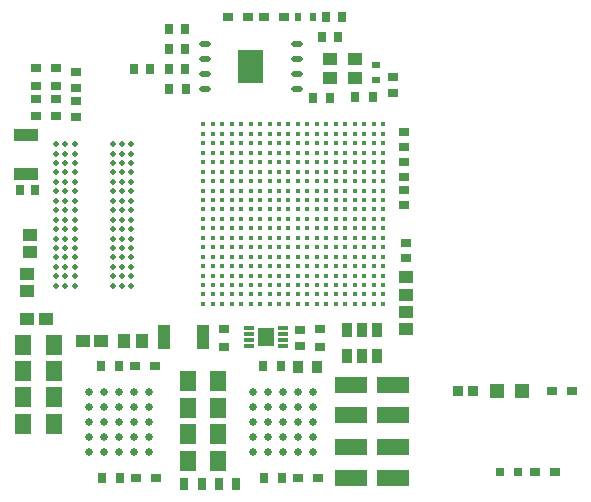
<source format=gtp>
G04*
G04 #@! TF.GenerationSoftware,Altium Limited,Altium Designer,25.6.2 (33)*
G04*
G04 Layer_Color=8421504*
%FSLAX25Y25*%
%MOIN*%
G70*
G04*
G04 #@! TF.SameCoordinates,D3077B53-F130-49B9-AE0B-FC42BD5CCE1B*
G04*
G04*
G04 #@! TF.FilePolarity,Positive*
G04*
G01*
G75*
%ADD14C,0.01772*%
%ADD15R,0.05512X0.07087*%
%ADD16R,0.03150X0.03543*%
%ADD17C,0.02480*%
%ADD18R,0.03543X0.03150*%
%ADD19R,0.03543X0.03150*%
%ADD20C,0.01850*%
%ADD21R,0.03347X0.01181*%
%ADD22R,0.05512X0.06299*%
%ADD23R,0.03197X0.02593*%
%ADD24R,0.02593X0.03197*%
G04:AMPARAMS|DCode=25|XSize=37.01mil|YSize=17.32mil|CornerRadius=6.06mil|HoleSize=0mil|Usage=FLASHONLY|Rotation=180.000|XOffset=0mil|YOffset=0mil|HoleType=Round|Shape=RoundedRectangle|*
%AMROUNDEDRECTD25*
21,1,0.03701,0.00520,0,0,180.0*
21,1,0.02488,0.01732,0,0,180.0*
1,1,0.01213,-0.01244,0.00260*
1,1,0.01213,0.01244,0.00260*
1,1,0.01213,0.01244,-0.00260*
1,1,0.01213,-0.01244,-0.00260*
%
%ADD25ROUNDEDRECTD25*%
%ADD26R,0.03543X0.03937*%
%ADD27R,0.11024X0.05512*%
%ADD28R,0.05118X0.04331*%
%ADD29R,0.03504X0.05079*%
%ADD30R,0.05118X0.03937*%
%ADD31R,0.04331X0.08071*%
%ADD32R,0.08071X0.04331*%
%ADD33R,0.02953X0.03347*%
%ADD34R,0.03937X0.05118*%
%ADD35R,0.03347X0.02953*%
%ADD36R,0.03150X0.03937*%
%ADD37R,0.03150X0.02362*%
%ADD38R,0.05142X0.04166*%
%ADD39R,0.02362X0.03150*%
%ADD40R,0.02756X0.03543*%
%ADD41R,0.04724X0.04724*%
%ADD42R,0.03150X0.03150*%
%ADD43R,0.03366X0.03568*%
G36*
X189578Y249578D02*
X198044D01*
Y238871D01*
X189578D01*
Y249578D01*
D02*
G37*
D14*
X193827Y199724D02*
D03*
X190677Y174528D02*
D03*
X203276D02*
D03*
Y177677D02*
D03*
X181228Y168228D02*
D03*
X184378Y177677D02*
D03*
X178079Y190276D02*
D03*
X187528Y187126D02*
D03*
X190677Y165079D02*
D03*
X193827Y174528D02*
D03*
X196976Y177677D02*
D03*
X212724Y168228D02*
D03*
X203276Y171378D02*
D03*
X200126Y180827D02*
D03*
X212724D02*
D03*
X196976Y183976D02*
D03*
X200126Y187126D02*
D03*
X196976Y190276D02*
D03*
X203276Y183976D02*
D03*
X209575D02*
D03*
X206425Y190276D02*
D03*
X203276D02*
D03*
X206425Y187126D02*
D03*
X212724D02*
D03*
X209575Y190276D02*
D03*
X181228Y199724D02*
D03*
X184378Y209173D02*
D03*
X178079Y221772D02*
D03*
X190677Y196575D02*
D03*
X200126Y193425D02*
D03*
X196976Y196575D02*
D03*
Y202874D02*
D03*
X200126Y199724D02*
D03*
X203276Y202874D02*
D03*
Y193425D02*
D03*
X206425Y196575D02*
D03*
X212724Y193425D02*
D03*
X209575Y196575D02*
D03*
X212724Y199724D02*
D03*
X209575Y202874D02*
D03*
X187528Y218622D02*
D03*
X196976Y209173D02*
D03*
X203276Y218622D02*
D03*
X200126Y224921D02*
D03*
X206425Y209173D02*
D03*
X212724Y206024D02*
D03*
X206425D02*
D03*
Y212323D02*
D03*
X209575Y221772D02*
D03*
X215874Y177677D02*
D03*
Y183976D02*
D03*
X222173Y165079D02*
D03*
X225323Y174528D02*
D03*
X228472Y183976D02*
D03*
X215874Y196575D02*
D03*
X219024Y187126D02*
D03*
X215874Y190276D02*
D03*
Y202874D02*
D03*
X222173Y196575D02*
D03*
X225323Y206024D02*
D03*
X219024Y218622D02*
D03*
X228472Y215472D02*
D03*
X234772Y171378D02*
D03*
X231622Y193425D02*
D03*
X234772Y202874D02*
D03*
X231622Y224921D02*
D03*
X237921Y212323D02*
D03*
Y180827D02*
D03*
X190677Y177677D02*
D03*
X200126Y218622D02*
D03*
X203276Y215472D02*
D03*
X196976Y218622D02*
D03*
X203276Y196575D02*
D03*
X206425Y193425D02*
D03*
X200126Y206024D02*
D03*
X196976Y180827D02*
D03*
X200126Y183976D02*
D03*
X196976Y187126D02*
D03*
Y193425D02*
D03*
Y199724D02*
D03*
Y206024D02*
D03*
X200126Y190276D02*
D03*
Y196575D02*
D03*
Y202874D02*
D03*
X203276Y206024D02*
D03*
X200126Y209173D02*
D03*
X215874Y224921D02*
D03*
X225323Y221772D02*
D03*
X212724Y215472D02*
D03*
X222173Y212323D02*
D03*
X196976Y215472D02*
D03*
X193827Y221772D02*
D03*
X178079Y174528D02*
D03*
X181228Y183976D02*
D03*
X187528Y171378D02*
D03*
X190677Y180827D02*
D03*
X184378Y193425D02*
D03*
X187528Y202874D02*
D03*
X178079Y206024D02*
D03*
X181228Y215472D02*
D03*
X184378Y224921D02*
D03*
X190677Y212323D02*
D03*
X225323Y190276D02*
D03*
X237921Y196575D02*
D03*
X228472Y199724D02*
D03*
X219024Y202874D02*
D03*
X231622Y209173D02*
D03*
X234772Y218622D02*
D03*
X219024Y171378D02*
D03*
X222173Y180827D02*
D03*
X228472Y168228D02*
D03*
X231622Y177677D02*
D03*
X234772Y187126D02*
D03*
X237921Y165079D02*
D03*
X206425D02*
D03*
X196976Y168228D02*
D03*
X209575Y174528D02*
D03*
X200126Y177677D02*
D03*
X193827Y196575D02*
D03*
X212724Y183976D02*
D03*
Y190276D02*
D03*
X215874Y180827D02*
D03*
Y187126D02*
D03*
Y193425D02*
D03*
X212724Y196575D02*
D03*
Y202874D02*
D03*
X215874Y206024D02*
D03*
Y199724D02*
D03*
X206425Y202874D02*
D03*
X209575Y206024D02*
D03*
X203276Y180827D02*
D03*
X206425Y183976D02*
D03*
X209575Y187126D02*
D03*
X203276D02*
D03*
X209575Y193425D02*
D03*
Y199724D02*
D03*
X206425Y221772D02*
D03*
X222173D02*
D03*
X215874Y209173D02*
D03*
X203276Y224921D02*
D03*
X212724Y212323D02*
D03*
X228472Y218622D02*
D03*
X219024Y215472D02*
D03*
X190677Y224921D02*
D03*
X193827D02*
D03*
X196976Y221772D02*
D03*
X193827Y215472D02*
D03*
X200126Y221772D02*
D03*
X196976Y224921D02*
D03*
X209575Y218622D02*
D03*
X206425D02*
D03*
X203276Y221772D02*
D03*
X215874D02*
D03*
X212724Y218622D02*
D03*
Y221772D02*
D03*
X219024D02*
D03*
X225323Y215472D02*
D03*
X231622Y218622D02*
D03*
X215874Y212323D02*
D03*
X206425Y224921D02*
D03*
X209575D02*
D03*
X212724Y209173D02*
D03*
Y224921D02*
D03*
X222173Y215472D02*
D03*
X219024Y224921D02*
D03*
X225323Y212323D02*
D03*
X222173Y218622D02*
D03*
X215874D02*
D03*
X225323D02*
D03*
X215874Y215472D02*
D03*
X222173Y224921D02*
D03*
Y209173D02*
D03*
X225323Y224921D02*
D03*
X209575Y215472D02*
D03*
X228472Y221772D02*
D03*
X219024Y209173D02*
D03*
X228472Y224921D02*
D03*
X206425Y215472D02*
D03*
X231622Y221772D02*
D03*
X219024Y212323D02*
D03*
X234772Y224921D02*
D03*
X190677Y218622D02*
D03*
X200126Y212323D02*
D03*
X193827Y218622D02*
D03*
X203276Y212323D02*
D03*
X190677Y221772D02*
D03*
Y215472D02*
D03*
X200126D02*
D03*
X193827Y212323D02*
D03*
X190677Y190276D02*
D03*
X193827Y202874D02*
D03*
Y183976D02*
D03*
X187528Y221772D02*
D03*
Y183976D02*
D03*
X190677Y187126D02*
D03*
X181228Y206024D02*
D03*
Y209173D02*
D03*
Y218622D02*
D03*
Y221772D02*
D03*
X178079Y209173D02*
D03*
Y224921D02*
D03*
Y199724D02*
D03*
Y202874D02*
D03*
X181228D02*
D03*
X184378Y199724D02*
D03*
Y202874D02*
D03*
Y206024D02*
D03*
Y212323D02*
D03*
X181228D02*
D03*
X178079D02*
D03*
Y218622D02*
D03*
Y215472D02*
D03*
X184378D02*
D03*
X187528Y224921D02*
D03*
X181228D02*
D03*
X184378Y221772D02*
D03*
Y218622D02*
D03*
X178079Y187126D02*
D03*
X184378D02*
D03*
X181228Y193425D02*
D03*
Y190276D02*
D03*
X190677Y183976D02*
D03*
Y199724D02*
D03*
X187528Y180827D02*
D03*
X190677Y193425D02*
D03*
X187528Y209173D02*
D03*
Y215472D02*
D03*
Y212323D02*
D03*
Y206024D02*
D03*
X190677Y209173D02*
D03*
X187528Y199724D02*
D03*
X178079Y196575D02*
D03*
X187528D02*
D03*
Y193425D02*
D03*
X178079D02*
D03*
X187528Y190276D02*
D03*
X184378Y196575D02*
D03*
Y190276D02*
D03*
X181228Y196575D02*
D03*
Y187126D02*
D03*
X196976Y212323D02*
D03*
X231622Y174528D02*
D03*
X209575Y212323D02*
D03*
X193827Y190276D02*
D03*
Y193425D02*
D03*
X206425Y180827D02*
D03*
X190677Y206024D02*
D03*
Y202874D02*
D03*
X193827Y209173D02*
D03*
Y206024D02*
D03*
X203276Y209173D02*
D03*
X209575Y180827D02*
D03*
X234772Y174528D02*
D03*
X225323Y196575D02*
D03*
Y199724D02*
D03*
X219024Y190276D02*
D03*
X222173D02*
D03*
X219024Y193425D02*
D03*
X222173D02*
D03*
Y187126D02*
D03*
X225323D02*
D03*
X219024Y196575D02*
D03*
Y199724D02*
D03*
X222173Y202874D02*
D03*
Y206024D02*
D03*
X234772D02*
D03*
X237921D02*
D03*
Y199724D02*
D03*
Y202874D02*
D03*
X228472Y206024D02*
D03*
X231622D02*
D03*
X234772Y209173D02*
D03*
X237921D02*
D03*
X231622Y199724D02*
D03*
Y202874D02*
D03*
X225323D02*
D03*
X228472D02*
D03*
Y196575D02*
D03*
X231622D02*
D03*
X225323Y193425D02*
D03*
X228472D02*
D03*
X234772Y196575D02*
D03*
Y199724D02*
D03*
Y193425D02*
D03*
X237921D02*
D03*
X228472Y190276D02*
D03*
X231622D02*
D03*
X234772D02*
D03*
X237921D02*
D03*
X225323Y209173D02*
D03*
X228472D02*
D03*
X231622Y212323D02*
D03*
X234772D02*
D03*
Y215472D02*
D03*
X237921D02*
D03*
X228472Y212323D02*
D03*
X231622Y215472D02*
D03*
X234772Y221772D02*
D03*
X237921Y224921D02*
D03*
Y218622D02*
D03*
Y221772D02*
D03*
X219024Y206024D02*
D03*
X222173Y199724D02*
D03*
X234772Y177677D02*
D03*
X222173Y183976D02*
D03*
X225323D02*
D03*
X228472Y187126D02*
D03*
X231622Y183976D02*
D03*
Y168228D02*
D03*
X234772D02*
D03*
X228472Y171378D02*
D03*
X231622D02*
D03*
X228472Y177677D02*
D03*
X231622Y180827D02*
D03*
X225323D02*
D03*
X228472D02*
D03*
X225323Y171378D02*
D03*
Y168228D02*
D03*
X231622Y165079D02*
D03*
X234772D02*
D03*
X237921Y171378D02*
D03*
Y168228D02*
D03*
Y177677D02*
D03*
Y174528D02*
D03*
Y187126D02*
D03*
Y183976D02*
D03*
X231622Y187126D02*
D03*
X234772Y183976D02*
D03*
X219024Y174528D02*
D03*
X222173D02*
D03*
Y171378D02*
D03*
Y168228D02*
D03*
X225323Y177677D02*
D03*
X228472Y174528D02*
D03*
X219024Y168228D02*
D03*
Y165079D02*
D03*
X225323D02*
D03*
X228472D02*
D03*
X219024Y183976D02*
D03*
Y180827D02*
D03*
Y177677D02*
D03*
X222173D02*
D03*
X212724Y171378D02*
D03*
X215874Y168228D02*
D03*
Y174528D02*
D03*
Y171378D02*
D03*
X212724Y177677D02*
D03*
Y174528D02*
D03*
X209575Y177677D02*
D03*
X206425D02*
D03*
X234772Y180827D02*
D03*
X193827Y171378D02*
D03*
Y168228D02*
D03*
X209575Y171378D02*
D03*
X206425D02*
D03*
X212724Y165079D02*
D03*
X215874D02*
D03*
X209575Y168228D02*
D03*
Y165079D02*
D03*
X200126Y174528D02*
D03*
X206425Y168228D02*
D03*
X203276D02*
D03*
X200126Y171378D02*
D03*
Y168228D02*
D03*
X203276Y165079D02*
D03*
X200126D02*
D03*
X196976D02*
D03*
X193827D02*
D03*
X206425Y174528D02*
D03*
X196976D02*
D03*
Y171378D02*
D03*
X190677D02*
D03*
X206425Y199724D02*
D03*
X193827Y187126D02*
D03*
Y180827D02*
D03*
Y177677D02*
D03*
X203276Y199724D02*
D03*
X209575Y209173D02*
D03*
X187528Y165079D02*
D03*
X184378D02*
D03*
X181228D02*
D03*
X178079D02*
D03*
X190677Y168228D02*
D03*
X187528D02*
D03*
X184378D02*
D03*
X178079D02*
D03*
X184378Y171378D02*
D03*
X181228D02*
D03*
X178079D02*
D03*
X187528Y174528D02*
D03*
X184378D02*
D03*
X181228D02*
D03*
X187528Y177677D02*
D03*
X181228D02*
D03*
X178079D02*
D03*
X184378Y180827D02*
D03*
X181228D02*
D03*
X178079D02*
D03*
X184378Y183976D02*
D03*
X178079D02*
D03*
D15*
X117982Y125200D02*
D03*
Y142600D02*
D03*
Y133900D02*
D03*
Y151300D02*
D03*
X172782Y130500D02*
D03*
Y121600D02*
D03*
Y112700D02*
D03*
Y139400D02*
D03*
X128218Y142600D02*
D03*
Y151300D02*
D03*
X183018Y121600D02*
D03*
Y112700D02*
D03*
Y139400D02*
D03*
Y130500D02*
D03*
X128218Y125200D02*
D03*
Y133900D02*
D03*
D16*
X144247Y106900D02*
D03*
X144047Y144500D02*
D03*
X198347Y106900D02*
D03*
X198047Y144400D02*
D03*
X166524Y236724D02*
D03*
X234453Y233900D02*
D03*
X228547D02*
D03*
X149953Y144500D02*
D03*
X150153Y106900D02*
D03*
X203953Y144400D02*
D03*
X204253Y106900D02*
D03*
X172429Y236724D02*
D03*
D17*
X145100Y125700D02*
D03*
X160100Y120700D02*
D03*
Y125700D02*
D03*
X140100D02*
D03*
X160100Y130700D02*
D03*
X214600D02*
D03*
Y120700D02*
D03*
Y125700D02*
D03*
X199600D02*
D03*
X194600D02*
D03*
X199600Y135700D02*
D03*
X204600Y130700D02*
D03*
Y120700D02*
D03*
X199600Y115700D02*
D03*
X145100Y135700D02*
D03*
X150100Y130700D02*
D03*
Y120700D02*
D03*
X145100Y115700D02*
D03*
X155100Y130700D02*
D03*
X145100Y120700D02*
D03*
X209600Y130700D02*
D03*
X155100Y120700D02*
D03*
X145100Y130700D02*
D03*
X199600D02*
D03*
X209600Y120700D02*
D03*
X155100Y135700D02*
D03*
Y115700D02*
D03*
Y125700D02*
D03*
X209600Y135700D02*
D03*
Y115700D02*
D03*
X150100Y135700D02*
D03*
Y115700D02*
D03*
X204600Y135700D02*
D03*
Y115700D02*
D03*
X199600Y120700D02*
D03*
X140100Y135700D02*
D03*
Y130700D02*
D03*
X194600Y120700D02*
D03*
Y115700D02*
D03*
Y130700D02*
D03*
Y135700D02*
D03*
X140100Y115700D02*
D03*
Y120700D02*
D03*
X214600Y115700D02*
D03*
X209600Y125700D02*
D03*
X204600D02*
D03*
X214600Y135700D02*
D03*
X160100D02*
D03*
X150100Y125700D02*
D03*
X160100Y115700D02*
D03*
D18*
X162146Y107100D02*
D03*
X161946Y144300D02*
D03*
X300847Y136000D02*
D03*
X216347Y107100D02*
D03*
X295247Y109100D02*
D03*
X198354Y260800D02*
D03*
X192947D02*
D03*
X186253D02*
D03*
X205047D02*
D03*
X155254Y144300D02*
D03*
X155454Y107100D02*
D03*
X209653D02*
D03*
X294153Y136000D02*
D03*
X288554Y109100D02*
D03*
D19*
X185000Y150747D02*
D03*
X122300Y243653D02*
D03*
X129000D02*
D03*
X217100Y150747D02*
D03*
X122300Y227547D02*
D03*
X129000D02*
D03*
X185000Y156653D02*
D03*
X217100D02*
D03*
X122300Y237747D02*
D03*
X129000D02*
D03*
X122300Y233453D02*
D03*
X129000D02*
D03*
D20*
X128878Y171102D02*
D03*
Y177402D02*
D03*
Y183701D02*
D03*
X154075Y171102D02*
D03*
Y177402D02*
D03*
Y183701D02*
D03*
X132028Y193150D02*
D03*
X150925D02*
D03*
X128878Y199449D02*
D03*
X150925D02*
D03*
X132028Y205748D02*
D03*
X150925D02*
D03*
X128878D02*
D03*
X154075Y199449D02*
D03*
X150925Y208898D02*
D03*
X154075Y202598D02*
D03*
X128878Y208898D02*
D03*
Y215197D02*
D03*
X135177D02*
D03*
X154075D02*
D03*
Y218347D02*
D03*
X128878Y180551D02*
D03*
Y174252D02*
D03*
Y202598D02*
D03*
X132028Y190000D02*
D03*
Y196299D02*
D03*
X147776Y199449D02*
D03*
X154075Y174252D02*
D03*
X150925Y190000D02*
D03*
X154075Y180551D02*
D03*
Y196299D02*
D03*
X128878Y212047D02*
D03*
X154075Y208898D02*
D03*
Y205748D02*
D03*
X132028Y208898D02*
D03*
Y215197D02*
D03*
X128878Y218347D02*
D03*
X150925D02*
D03*
X154075Y212047D02*
D03*
X135177Y186850D02*
D03*
X128878Y196299D02*
D03*
X150925Y183701D02*
D03*
X132028Y171102D02*
D03*
X135177Y193150D02*
D03*
X128878Y190000D02*
D03*
X147776Y212047D02*
D03*
Y215197D02*
D03*
X135177Y202598D02*
D03*
Y199449D02*
D03*
Y208898D02*
D03*
X147776Y205748D02*
D03*
X135177Y218347D02*
D03*
X150925Y215197D02*
D03*
X132028Y218347D02*
D03*
X147776D02*
D03*
X132028Y212047D02*
D03*
X150925D02*
D03*
X135177D02*
D03*
X147776Y208898D02*
D03*
Y196299D02*
D03*
X132028Y199449D02*
D03*
X150925Y196299D02*
D03*
X135177D02*
D03*
X150925Y202598D02*
D03*
X132028D02*
D03*
X147776D02*
D03*
X135177Y205748D02*
D03*
X132028Y186850D02*
D03*
X154075Y190000D02*
D03*
X147776Y193150D02*
D03*
Y190000D02*
D03*
X135177D02*
D03*
Y183701D02*
D03*
X150925Y180551D02*
D03*
X132028Y183701D02*
D03*
X147776Y171102D02*
D03*
X135177D02*
D03*
X147776Y180551D02*
D03*
Y174252D02*
D03*
Y186850D02*
D03*
X135177Y174252D02*
D03*
X150925Y171102D02*
D03*
X132028Y174252D02*
D03*
X150925D02*
D03*
X132028Y177402D02*
D03*
X150925D02*
D03*
X132028Y180551D02*
D03*
X135177Y177402D02*
D03*
X147776D02*
D03*
X135177Y180551D02*
D03*
X150925Y186850D02*
D03*
X147776Y183701D02*
D03*
X154075Y186850D02*
D03*
X128878D02*
D03*
X154075Y193150D02*
D03*
X128878D02*
D03*
D21*
X193283Y151031D02*
D03*
X204700Y153000D02*
D03*
Y156937D02*
D03*
Y151031D02*
D03*
Y154969D02*
D03*
X193283Y153000D02*
D03*
Y154969D02*
D03*
Y156937D02*
D03*
D22*
X198991Y153984D02*
D03*
D23*
X135700Y242364D02*
D03*
X241400Y235536D02*
D03*
Y240864D02*
D03*
X135700Y227536D02*
D03*
X210400Y156364D02*
D03*
X135700Y237036D02*
D03*
Y232864D02*
D03*
X210400Y151036D02*
D03*
D24*
X172064Y243375D02*
D03*
X224364Y260600D02*
D03*
X166736Y256800D02*
D03*
Y250100D02*
D03*
X223064Y253900D02*
D03*
X154936Y243375D02*
D03*
X217736Y253900D02*
D03*
X172064Y250100D02*
D03*
X219036Y260600D02*
D03*
X172064Y256800D02*
D03*
X160264Y243375D02*
D03*
X166736D02*
D03*
D25*
X209146Y251724D02*
D03*
X178476Y246724D02*
D03*
Y241724D02*
D03*
X209146Y246724D02*
D03*
Y241724D02*
D03*
X178476Y251724D02*
D03*
X209146Y236724D02*
D03*
X178476D02*
D03*
D26*
X215950Y143900D02*
D03*
X209650D02*
D03*
D27*
X227269Y138118D02*
D03*
Y107082D02*
D03*
X241300D02*
D03*
X241268Y138118D02*
D03*
X241300Y117318D02*
D03*
X241268Y127882D02*
D03*
X227269Y117318D02*
D03*
Y127882D02*
D03*
D28*
X220366Y246748D02*
D03*
X228634Y240252D02*
D03*
Y246748D02*
D03*
X220366Y240252D02*
D03*
D29*
X236000Y147571D02*
D03*
X226000Y156429D02*
D03*
X236000D02*
D03*
X226000Y147571D02*
D03*
X231000D02*
D03*
Y156429D02*
D03*
D30*
X245500Y156547D02*
D03*
X120400Y188153D02*
D03*
X245500Y173953D02*
D03*
X119400Y175153D02*
D03*
X120400Y182247D02*
D03*
X119400Y169247D02*
D03*
X245500Y162453D02*
D03*
Y168047D02*
D03*
D31*
X165004Y154000D02*
D03*
X177996D02*
D03*
D32*
X119000Y208504D02*
D03*
Y221496D02*
D03*
D33*
X117039Y203000D02*
D03*
X121961D02*
D03*
D34*
X157653Y152600D02*
D03*
X151747D02*
D03*
D35*
X245000Y202961D02*
D03*
Y207539D02*
D03*
Y217539D02*
D03*
X245500Y180539D02*
D03*
X245000Y198039D02*
D03*
Y222461D02*
D03*
Y212461D02*
D03*
X245500Y185461D02*
D03*
D36*
X171747Y105000D02*
D03*
X189053D02*
D03*
X177653D02*
D03*
X183147D02*
D03*
D37*
X235500Y239741D02*
D03*
Y244859D02*
D03*
D38*
X119345Y160200D02*
D03*
X144055Y152700D02*
D03*
X125455Y160200D02*
D03*
X137945Y152700D02*
D03*
D39*
X214659Y260800D02*
D03*
X209541D02*
D03*
D40*
X214744Y233700D02*
D03*
X220256D02*
D03*
D41*
X284134Y136000D02*
D03*
X275866D02*
D03*
D42*
X282953Y109100D02*
D03*
X277047D02*
D03*
D43*
X267963Y136000D02*
D03*
X263037D02*
D03*
M02*

</source>
